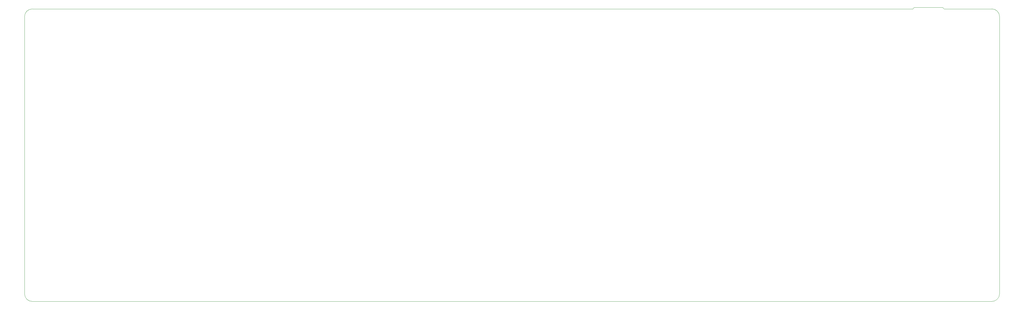
<source format=gm1>
G04 #@! TF.FileFunction,Profile,NP*
%FSLAX46Y46*%
G04 Gerber Fmt 4.6, Leading zero omitted, Abs format (unit mm)*
G04 Created by KiCad (PCBNEW 4.0.6) date 07/11/19 02:34:24*
%MOMM*%
%LPD*%
G01*
G04 APERTURE LIST*
%ADD10C,0.100000*%
G04 APERTURE END LIST*
D10*
X324537500Y-29100000D02*
X339875000Y-29100000D01*
X324287500Y-28850000D02*
G75*
G03X324537500Y-29100000I250000J0D01*
G01*
X314537500Y-29100000D02*
G75*
G03X314787500Y-28850000I0J250000D01*
G01*
X315037500Y-28600000D02*
X324037500Y-28600000D01*
X315037500Y-28600000D02*
G75*
G03X314787500Y-28850000I0J-250000D01*
G01*
X324287500Y-28850000D02*
G75*
G03X324037500Y-28600000I-250000J0D01*
G01*
X31600000Y-29100000D02*
X314537500Y-29100000D01*
X342375000Y-31600000D02*
X342375000Y-120800000D01*
X29100000Y-120800000D02*
G75*
G03X31600000Y-123300000I2500000J0D01*
G01*
X339875000Y-123300000D02*
G75*
G03X342375000Y-120800000I0J2500000D01*
G01*
X342375000Y-31600000D02*
G75*
G03X339875000Y-29100000I-2500000J0D01*
G01*
X31600000Y-29100000D02*
G75*
G03X29100000Y-31600000I0J-2500000D01*
G01*
X31600000Y-123300000D02*
X339875000Y-123300000D01*
X29100000Y-31600000D02*
X29100000Y-120800000D01*
M02*

</source>
